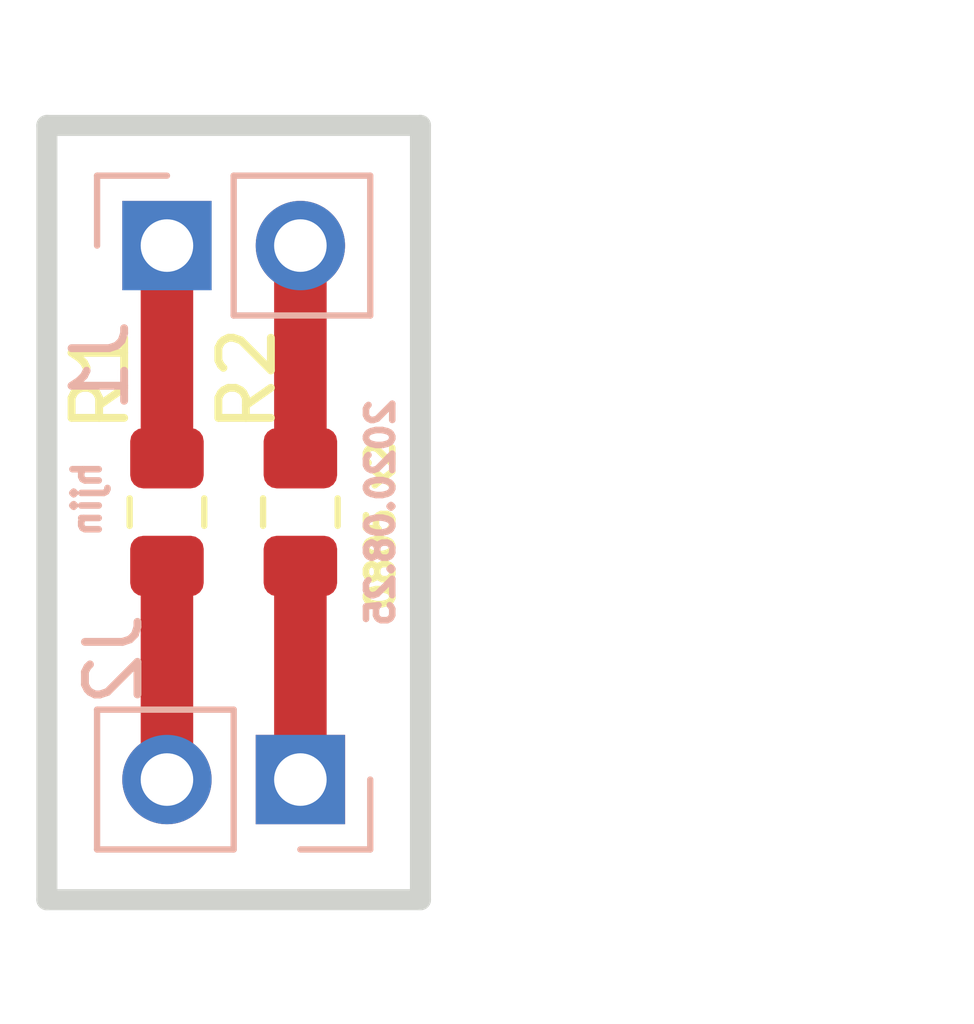
<source format=kicad_pcb>
(kicad_pcb (version 20171130) (host pcbnew "(5.1.6-0-10_14)")

  (general
    (thickness 1.6)
    (drawings 8)
    (tracks 4)
    (zones 0)
    (modules 4)
    (nets 5)
  )

  (page A4)
  (layers
    (0 F.Cu signal)
    (31 B.Cu signal)
    (32 B.Adhes user)
    (33 F.Adhes user)
    (34 B.Paste user)
    (35 F.Paste user)
    (36 B.SilkS user)
    (37 F.SilkS user)
    (38 B.Mask user)
    (39 F.Mask user)
    (40 Dwgs.User user)
    (41 Cmts.User user)
    (42 Eco1.User user)
    (43 Eco2.User user)
    (44 Edge.Cuts user)
    (45 Margin user)
    (46 B.CrtYd user)
    (47 F.CrtYd user)
    (48 B.Fab user)
    (49 F.Fab user)
  )

  (setup
    (last_trace_width 0.25)
    (trace_clearance 0.2)
    (zone_clearance 0.508)
    (zone_45_only no)
    (trace_min 0.2)
    (via_size 0.8)
    (via_drill 0.4)
    (via_min_size 0.4)
    (via_min_drill 0.3)
    (uvia_size 0.3)
    (uvia_drill 0.1)
    (uvias_allowed no)
    (uvia_min_size 0.2)
    (uvia_min_drill 0.1)
    (edge_width 0.05)
    (segment_width 0.2)
    (pcb_text_width 0.3)
    (pcb_text_size 1.5 1.5)
    (mod_edge_width 0.12)
    (mod_text_size 1 1)
    (mod_text_width 0.15)
    (pad_size 1.524 1.524)
    (pad_drill 0.762)
    (pad_to_mask_clearance 0.05)
    (aux_axis_origin 0 0)
    (visible_elements FFFFFF7F)
    (pcbplotparams
      (layerselection 0x010fc_ffffffff)
      (usegerberextensions true)
      (usegerberattributes true)
      (usegerberadvancedattributes true)
      (creategerberjobfile true)
      (excludeedgelayer true)
      (linewidth 0.100000)
      (plotframeref false)
      (viasonmask false)
      (mode 1)
      (useauxorigin false)
      (hpglpennumber 1)
      (hpglpenspeed 20)
      (hpglpendiameter 15.000000)
      (psnegative false)
      (psa4output false)
      (plotreference true)
      (plotvalue true)
      (plotinvisibletext false)
      (padsonsilk false)
      (subtractmaskfromsilk false)
      (outputformat 1)
      (mirror false)
      (drillshape 0)
      (scaleselection 1)
      (outputdirectory "gerber/"))
  )

  (net 0 "")
  (net 1 "Net-(J1-Pad1)")
  (net 2 "Net-(J1-Pad2)")
  (net 3 "Net-(J2-Pad2)")
  (net 4 "Net-(J2-Pad1)")

  (net_class Default "This is the default net class."
    (clearance 0.2)
    (trace_width 0.25)
    (via_dia 0.8)
    (via_drill 0.4)
    (uvia_dia 0.3)
    (uvia_drill 0.1)
    (add_net "Net-(J1-Pad1)")
    (add_net "Net-(J1-Pad2)")
    (add_net "Net-(J2-Pad1)")
    (add_net "Net-(J2-Pad2)")
  )

  (module Connector_PinHeader_2.54mm:PinHeader_1x02_P2.54mm_Vertical (layer B.Cu) (tedit 59FED5CC) (tstamp 5F448A34)
    (at 139.7 53.34 270)
    (descr "Through hole straight pin header, 1x02, 2.54mm pitch, single row")
    (tags "Through hole pin header THT 1x02 2.54mm single row")
    (path /5F44FB39)
    (fp_text reference J1 (at 2.286 1.27 270) (layer B.SilkS)
      (effects (font (size 1 1) (thickness 0.15)) (justify mirror))
    )
    (fp_text value Conn_01x02 (at 0 -4.87 270) (layer B.Fab)
      (effects (font (size 1 1) (thickness 0.15)) (justify mirror))
    )
    (fp_line (start -0.635 1.27) (end 1.27 1.27) (layer B.Fab) (width 0.1))
    (fp_line (start 1.27 1.27) (end 1.27 -3.81) (layer B.Fab) (width 0.1))
    (fp_line (start 1.27 -3.81) (end -1.27 -3.81) (layer B.Fab) (width 0.1))
    (fp_line (start -1.27 -3.81) (end -1.27 0.635) (layer B.Fab) (width 0.1))
    (fp_line (start -1.27 0.635) (end -0.635 1.27) (layer B.Fab) (width 0.1))
    (fp_line (start -1.33 -3.87) (end 1.33 -3.87) (layer B.SilkS) (width 0.12))
    (fp_line (start -1.33 -1.27) (end -1.33 -3.87) (layer B.SilkS) (width 0.12))
    (fp_line (start 1.33 -1.27) (end 1.33 -3.87) (layer B.SilkS) (width 0.12))
    (fp_line (start -1.33 -1.27) (end 1.33 -1.27) (layer B.SilkS) (width 0.12))
    (fp_line (start -1.33 0) (end -1.33 1.33) (layer B.SilkS) (width 0.12))
    (fp_line (start -1.33 1.33) (end 0 1.33) (layer B.SilkS) (width 0.12))
    (fp_line (start -1.8 1.8) (end -1.8 -4.35) (layer B.CrtYd) (width 0.05))
    (fp_line (start -1.8 -4.35) (end 1.8 -4.35) (layer B.CrtYd) (width 0.05))
    (fp_line (start 1.8 -4.35) (end 1.8 1.8) (layer B.CrtYd) (width 0.05))
    (fp_line (start 1.8 1.8) (end -1.8 1.8) (layer B.CrtYd) (width 0.05))
    (fp_text user %R (at 0 -1.27) (layer B.Fab)
      (effects (font (size 1 1) (thickness 0.15)) (justify mirror))
    )
    (pad 1 thru_hole rect (at 0 0 270) (size 1.7 1.7) (drill 1) (layers *.Cu *.Mask)
      (net 1 "Net-(J1-Pad1)"))
    (pad 2 thru_hole oval (at 0 -2.54 270) (size 1.7 1.7) (drill 1) (layers *.Cu *.Mask)
      (net 2 "Net-(J1-Pad2)"))
    (model ${KISYS3DMOD}/Connector_PinHeader_2.54mm.3dshapes/PinHeader_1x02_P2.54mm_Vertical.wrl
      (at (xyz 0 0 0))
      (scale (xyz 1 1 1))
      (rotate (xyz 0 0 0))
    )
  )

  (module Connector_PinHeader_2.54mm:PinHeader_1x02_P2.54mm_Vertical (layer B.Cu) (tedit 59FED5CC) (tstamp 5F448C97)
    (at 142.24 63.5 90)
    (descr "Through hole straight pin header, 1x02, 2.54mm pitch, single row")
    (tags "Through hole pin header THT 1x02 2.54mm single row")
    (path /5F450A8F)
    (fp_text reference J2 (at 2.286 -3.556 -90) (layer B.SilkS)
      (effects (font (size 1 1) (thickness 0.15)) (justify mirror))
    )
    (fp_text value Conn_01x02 (at 0 -4.87 -90) (layer B.Fab)
      (effects (font (size 1 1) (thickness 0.15)) (justify mirror))
    )
    (fp_line (start 1.8 1.8) (end -1.8 1.8) (layer B.CrtYd) (width 0.05))
    (fp_line (start 1.8 -4.35) (end 1.8 1.8) (layer B.CrtYd) (width 0.05))
    (fp_line (start -1.8 -4.35) (end 1.8 -4.35) (layer B.CrtYd) (width 0.05))
    (fp_line (start -1.8 1.8) (end -1.8 -4.35) (layer B.CrtYd) (width 0.05))
    (fp_line (start -1.33 1.33) (end 0 1.33) (layer B.SilkS) (width 0.12))
    (fp_line (start -1.33 0) (end -1.33 1.33) (layer B.SilkS) (width 0.12))
    (fp_line (start -1.33 -1.27) (end 1.33 -1.27) (layer B.SilkS) (width 0.12))
    (fp_line (start 1.33 -1.27) (end 1.33 -3.87) (layer B.SilkS) (width 0.12))
    (fp_line (start -1.33 -1.27) (end -1.33 -3.87) (layer B.SilkS) (width 0.12))
    (fp_line (start -1.33 -3.87) (end 1.33 -3.87) (layer B.SilkS) (width 0.12))
    (fp_line (start -1.27 0.635) (end -0.635 1.27) (layer B.Fab) (width 0.1))
    (fp_line (start -1.27 -3.81) (end -1.27 0.635) (layer B.Fab) (width 0.1))
    (fp_line (start 1.27 -3.81) (end -1.27 -3.81) (layer B.Fab) (width 0.1))
    (fp_line (start 1.27 1.27) (end 1.27 -3.81) (layer B.Fab) (width 0.1))
    (fp_line (start -0.635 1.27) (end 1.27 1.27) (layer B.Fab) (width 0.1))
    (fp_text user %R (at 0 -1.27) (layer B.Fab)
      (effects (font (size 1 1) (thickness 0.15)) (justify mirror))
    )
    (pad 2 thru_hole oval (at 0 -2.54 90) (size 1.7 1.7) (drill 1) (layers *.Cu *.Mask)
      (net 3 "Net-(J2-Pad2)"))
    (pad 1 thru_hole rect (at 0 0 90) (size 1.7 1.7) (drill 1) (layers *.Cu *.Mask)
      (net 4 "Net-(J2-Pad1)"))
    (model ${KISYS3DMOD}/Connector_PinHeader_2.54mm.3dshapes/PinHeader_1x02_P2.54mm_Vertical.wrl
      (at (xyz 0 0 0))
      (scale (xyz 1 1 1))
      (rotate (xyz 0 0 0))
    )
  )

  (module Resistor_SMD:R_0805_2012Metric_Pad1.15x1.40mm_HandSolder (layer F.Cu) (tedit 5B36C52B) (tstamp 5F448A5B)
    (at 139.7 58.411 270)
    (descr "Resistor SMD 0805 (2012 Metric), square (rectangular) end terminal, IPC_7351 nominal with elongated pad for handsoldering. (Body size source: https://docs.google.com/spreadsheets/d/1BsfQQcO9C6DZCsRaXUlFlo91Tg2WpOkGARC1WS5S8t0/edit?usp=sharing), generated with kicad-footprint-generator")
    (tags "resistor handsolder")
    (path /5F44F185)
    (attr smd)
    (fp_text reference R1 (at -2.531 1.27 90) (layer F.SilkS)
      (effects (font (size 1 1) (thickness 0.15)))
    )
    (fp_text value R (at 0 1.65 90) (layer F.Fab)
      (effects (font (size 1 1) (thickness 0.15)))
    )
    (fp_line (start -1 0.6) (end -1 -0.6) (layer F.Fab) (width 0.1))
    (fp_line (start -1 -0.6) (end 1 -0.6) (layer F.Fab) (width 0.1))
    (fp_line (start 1 -0.6) (end 1 0.6) (layer F.Fab) (width 0.1))
    (fp_line (start 1 0.6) (end -1 0.6) (layer F.Fab) (width 0.1))
    (fp_line (start -0.261252 -0.71) (end 0.261252 -0.71) (layer F.SilkS) (width 0.12))
    (fp_line (start -0.261252 0.71) (end 0.261252 0.71) (layer F.SilkS) (width 0.12))
    (fp_line (start -1.85 0.95) (end -1.85 -0.95) (layer F.CrtYd) (width 0.05))
    (fp_line (start -1.85 -0.95) (end 1.85 -0.95) (layer F.CrtYd) (width 0.05))
    (fp_line (start 1.85 -0.95) (end 1.85 0.95) (layer F.CrtYd) (width 0.05))
    (fp_line (start 1.85 0.95) (end -1.85 0.95) (layer F.CrtYd) (width 0.05))
    (fp_text user %R (at 0 0 90) (layer F.Fab)
      (effects (font (size 0.5 0.5) (thickness 0.08)))
    )
    (pad 1 smd roundrect (at -1.025 0 270) (size 1.15 1.4) (layers F.Cu F.Paste F.Mask) (roundrect_rratio 0.217391)
      (net 1 "Net-(J1-Pad1)"))
    (pad 2 smd roundrect (at 1.025 0 270) (size 1.15 1.4) (layers F.Cu F.Paste F.Mask) (roundrect_rratio 0.217391)
      (net 3 "Net-(J2-Pad2)"))
    (model ${KISYS3DMOD}/Resistor_SMD.3dshapes/R_0805_2012Metric.wrl
      (at (xyz 0 0 0))
      (scale (xyz 1 1 1))
      (rotate (xyz 0 0 0))
    )
  )

  (module Resistor_SMD:R_0805_2012Metric_Pad1.15x1.40mm_HandSolder (layer F.Cu) (tedit 5B36C52B) (tstamp 5F448D22)
    (at 142.24 58.411 270)
    (descr "Resistor SMD 0805 (2012 Metric), square (rectangular) end terminal, IPC_7351 nominal with elongated pad for handsoldering. (Body size source: https://docs.google.com/spreadsheets/d/1BsfQQcO9C6DZCsRaXUlFlo91Tg2WpOkGARC1WS5S8t0/edit?usp=sharing), generated with kicad-footprint-generator")
    (tags "resistor handsolder")
    (path /5F44F517)
    (attr smd)
    (fp_text reference R2 (at -2.531 1.016 90) (layer F.SilkS)
      (effects (font (size 1 1) (thickness 0.15)))
    )
    (fp_text value R (at 0 1.65 90) (layer F.Fab)
      (effects (font (size 1 1) (thickness 0.15)))
    )
    (fp_line (start 1.85 0.95) (end -1.85 0.95) (layer F.CrtYd) (width 0.05))
    (fp_line (start 1.85 -0.95) (end 1.85 0.95) (layer F.CrtYd) (width 0.05))
    (fp_line (start -1.85 -0.95) (end 1.85 -0.95) (layer F.CrtYd) (width 0.05))
    (fp_line (start -1.85 0.95) (end -1.85 -0.95) (layer F.CrtYd) (width 0.05))
    (fp_line (start -0.261252 0.71) (end 0.261252 0.71) (layer F.SilkS) (width 0.12))
    (fp_line (start -0.261252 -0.71) (end 0.261252 -0.71) (layer F.SilkS) (width 0.12))
    (fp_line (start 1 0.6) (end -1 0.6) (layer F.Fab) (width 0.1))
    (fp_line (start 1 -0.6) (end 1 0.6) (layer F.Fab) (width 0.1))
    (fp_line (start -1 -0.6) (end 1 -0.6) (layer F.Fab) (width 0.1))
    (fp_line (start -1 0.6) (end -1 -0.6) (layer F.Fab) (width 0.1))
    (fp_text user %R (at 0 0 90) (layer F.Fab)
      (effects (font (size 0.5 0.5) (thickness 0.08)))
    )
    (pad 2 smd roundrect (at 1.025 0 270) (size 1.15 1.4) (layers F.Cu F.Paste F.Mask) (roundrect_rratio 0.217391)
      (net 4 "Net-(J2-Pad1)"))
    (pad 1 smd roundrect (at -1.025 0 270) (size 1.15 1.4) (layers F.Cu F.Paste F.Mask) (roundrect_rratio 0.217391)
      (net 2 "Net-(J1-Pad2)"))
    (model ${KISYS3DMOD}/Resistor_SMD.3dshapes/R_0805_2012Metric.wrl
      (at (xyz 0 0 0))
      (scale (xyz 1 1 1))
      (rotate (xyz 0 0 0))
    )
  )

  (gr_text hjin (at 138.176 58.166 90) (layer B.SilkS)
    (effects (font (size 0.5 0.5) (thickness 0.125)) (justify mirror))
  )
  (gr_text 2020.08.25 (at 143.764 58.42 90) (layer B.SilkS)
    (effects (font (size 0.5 0.5) (thickness 0.125)) (justify mirror))
  )
  (gr_text "0805 x2" (at 143.764 58.674 90) (layer F.SilkS)
    (effects (font (size 0.5 0.5) (thickness 0.125)))
  )
  (gr_line (start 137.414 65.786) (end 137.414 51.054) (layer Edge.Cuts) (width 0.4) (tstamp 5F448EEF))
  (gr_line (start 144.526 65.786) (end 137.414 65.786) (layer Edge.Cuts) (width 0.4))
  (gr_line (start 144.526 51.054) (end 144.526 65.786) (layer Edge.Cuts) (width 0.4))
  (gr_line (start 137.414 51.054) (end 144.526 51.054) (layer Edge.Cuts) (width 0.4))
  (dimension 10.16 (width 0.15) (layer Dwgs.User)
    (gr_text "0.4000 in" (at 153.7 58.42 270) (layer Dwgs.User)
      (effects (font (size 1 1) (thickness 0.15)))
    )
    (feature1 (pts (xy 147.32 63.5) (xy 152.986421 63.5)))
    (feature2 (pts (xy 147.32 53.34) (xy 152.986421 53.34)))
    (crossbar (pts (xy 152.4 53.34) (xy 152.4 63.5)))
    (arrow1a (pts (xy 152.4 63.5) (xy 151.813579 62.373496)))
    (arrow1b (pts (xy 152.4 63.5) (xy 152.986421 62.373496)))
    (arrow2a (pts (xy 152.4 53.34) (xy 151.813579 54.466504)))
    (arrow2b (pts (xy 152.4 53.34) (xy 152.986421 54.466504)))
  )

  (segment (start 139.7 57.386) (end 139.7 53.34) (width 1) (layer F.Cu) (net 1))
  (segment (start 142.24 57.386) (end 142.24 53.34) (width 1) (layer F.Cu) (net 2))
  (segment (start 139.7 59.436) (end 139.7 63.5) (width 1) (layer F.Cu) (net 3))
  (segment (start 142.24 59.436) (end 142.24 63.5) (width 1) (layer F.Cu) (net 4))

)

</source>
